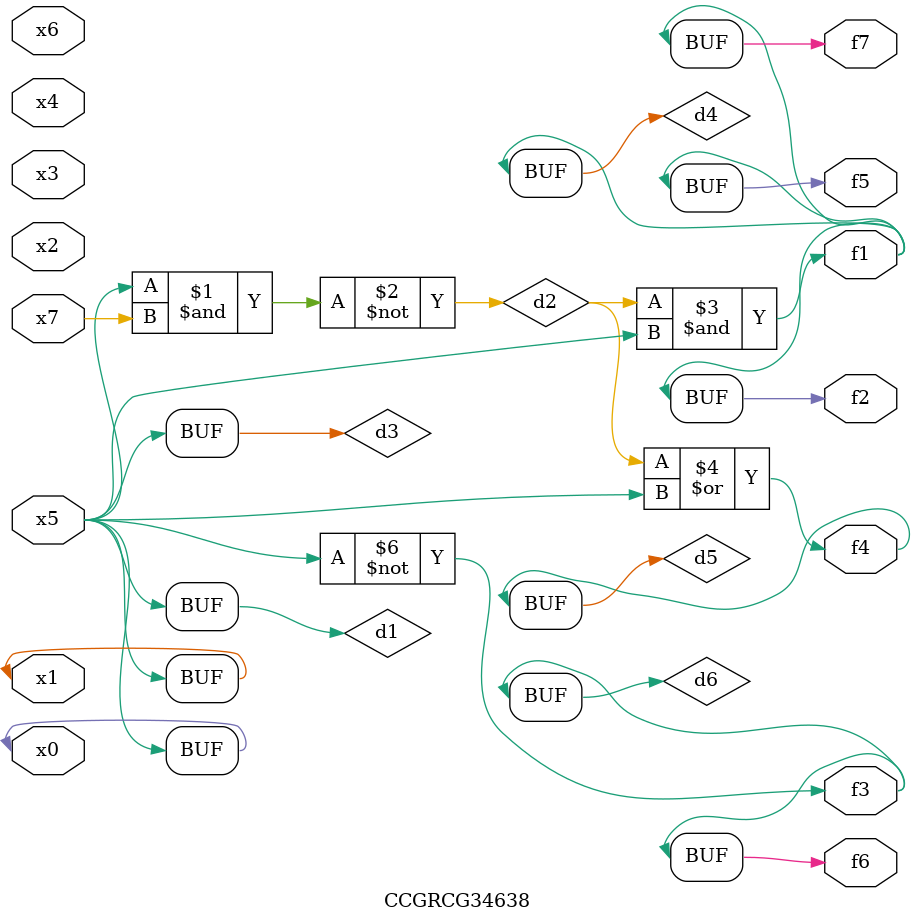
<source format=v>
module CCGRCG34638(
	input x0, x1, x2, x3, x4, x5, x6, x7,
	output f1, f2, f3, f4, f5, f6, f7
);

	wire d1, d2, d3, d4, d5, d6;

	buf (d1, x0, x5);
	nand (d2, x5, x7);
	buf (d3, x0, x1);
	and (d4, d2, d3);
	or (d5, d2, d3);
	nor (d6, d1, d3);
	assign f1 = d4;
	assign f2 = d4;
	assign f3 = d6;
	assign f4 = d5;
	assign f5 = d4;
	assign f6 = d6;
	assign f7 = d4;
endmodule

</source>
